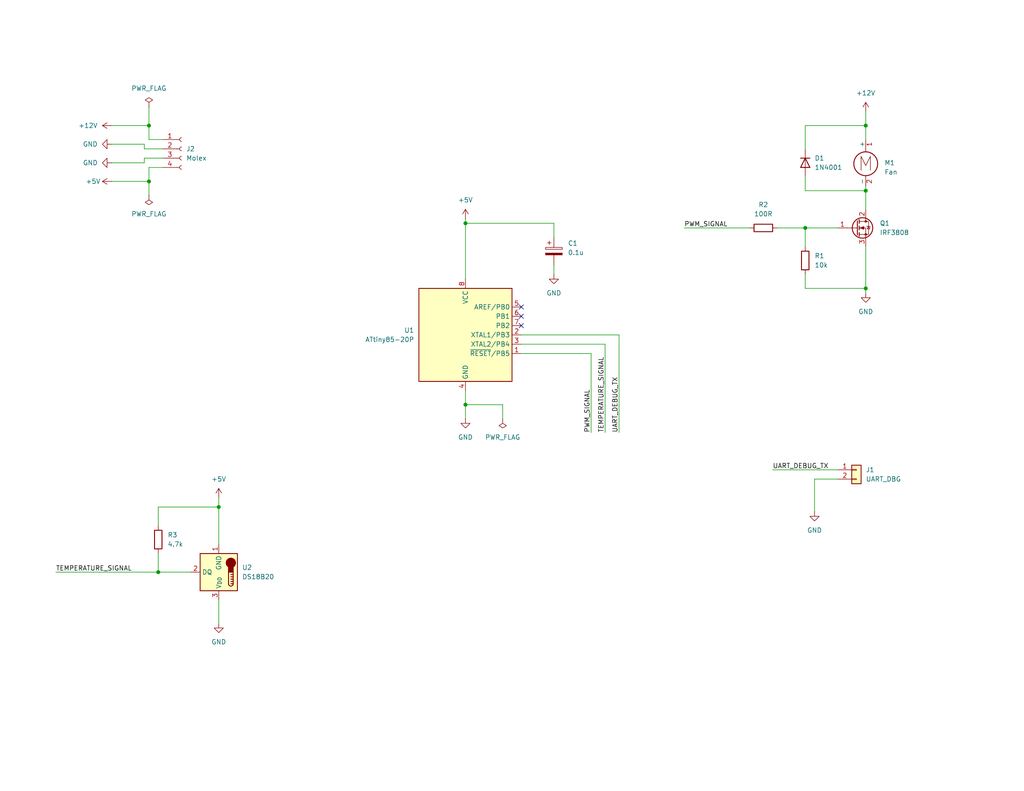
<source format=kicad_sch>
(kicad_sch (version 20250114) (generator "eeschema") (generator_version "9.0")
  (paper "USLetter")
  (title_block (title "Tiny85FanContol") (date "2025-07-11") (rev "1.0.0") (company "Colahall, LLC.") (comment 1 "Copyright (C) 2025 Colahall, LLC. All rights reserved."))
  (lib_symbols
    (symbol "Connector:Conn_01x04_Socket" (pin_names (offset 1.016) (hide yes))
      (property "Reference" "J" (at 0 5.08 0))
      (property "Value" "Conn_01x04_Socket" (at 0 -7.62 0))
      (symbol "Conn_01x04_Socket_1_1"
        (polyline (pts (xy -1.27 2.54) (xy -0.508 2.54)) (stroke (width 0.1524)))
        (polyline (pts (xy -1.27 0) (xy -0.508 0)) (stroke (width 0.1524)))
        (polyline (pts (xy -1.27 -2.54) (xy -0.508 -2.54)) (stroke (width 0.1524)))
        (polyline (pts (xy -1.27 -5.08) (xy -0.508 -5.08)) (stroke (width 0.1524)))
        (arc (start 0 2.032) (mid -0.5058 2.54) (end 0 3.048) (stroke (width 0.1524)))
        (arc (start 0 -0.508) (mid -0.5058 0) (end 0 0.508) (stroke (width 0.1524)))
        (arc (start 0 -3.048) (mid -0.5058 -2.54) (end 0 -2.032) (stroke (width 0.1524)))
        (arc (start 0 -5.588) (mid -0.5058 -5.08) (end 0 -4.572) (stroke (width 0.1524)))
        (pin passive line (at -5.08 2.54 0) (length 3.81) (name "Pin_1") (number "1"))
        (pin passive line (at -5.08 0 0) (length 3.81) (name "Pin_2") (number "2"))
        (pin passive line (at -5.08 -2.54 0) (length 3.81) (name "Pin_3") (number "3"))
        (pin passive line (at -5.08 -5.08 0) (length 3.81) (name "Pin_4") (number "4"))
      )
    )
    (symbol "Connector_Generic:Conn_01x02" (pin_names (offset 1.016) (hide yes))
      (property "Reference" "J" (at 0 2.54 0))
      (property "Value" "Conn_01x02" (at 0 -5.08 0))
      (symbol "Conn_01x02_1_1"
        (rectangle (start -1.27 1.27) (end 1.27 -3.81) (stroke (width 0.254)) (fill (type background)))
        (rectangle (start -1.27 0.127) (end 0 -0.127) (stroke (width 0.1524)))
        (rectangle (start -1.27 -2.413) (end 0 -2.667) (stroke (width 0.1524)))
        (pin passive line (at -5.08 0 0) (length 3.81) (name "Pin_1") (number "1"))
        (pin passive line (at -5.08 -2.54 0) (length 3.81) (name "Pin_2") (number "2"))
      )
    )
    (symbol "Device:C_Polarized" (pin_numbers (hide yes)) (pin_names (offset 0.254))
      (property "Reference" "C" (at 0.635 2.54 0))
      (property "Value" "C_Polarized" (at 0.635 -2.54 0))
      (symbol "C_Polarized_0_1"
        (rectangle (start -2.286 0.508) (end 2.286 1.016))
        (polyline (pts (xy -1.778 2.286) (xy -0.762 2.286)))
        (polyline (pts (xy -1.27 2.794) (xy -1.27 1.778)))
        (rectangle (start 2.286 -0.508) (end -2.286 -1.016) (fill (type outline)))
      )
      (symbol "C_Polarized_1_1"
        (pin passive line (at 0 3.81 270) (length 2.794) (name "~") (number "1"))
        (pin passive line (at 0 -3.81 90) (length 2.794) (name "~") (number "2"))
      )
    )
    (symbol "Device:R" (pin_numbers (hide yes)) (pin_names (offset 0))
      (property "Reference" "R" (at 2.032 0 90))
      (property "Value" "R" (at 0 0 90))
      (symbol "R_0_1"
        (rectangle (start -1.016 -2.54) (end 1.016 2.54) (stroke (width 0.254)))
      )
      (symbol "R_1_1"
        (pin passive line (at 0 3.81 270) (length 1.27) (name "~") (number "1"))
        (pin passive line (at 0 -3.81 90) (length 1.27) (name "~") (number "2"))
      )
    )
    (symbol "Diode:1N4001" (pin_numbers (hide yes)) (pin_names (hide yes))
      (property "Reference" "D" (at 0 2.54 0))
      (property "Value" "1N4001" (at 0 -2.54 0))
      (symbol "1N4001_0_1"
        (polyline (pts (xy -1.27 1.27) (xy -1.27 -1.27)) (stroke (width 0.254)))
        (polyline (pts (xy 1.27 1.27) (xy 1.27 -1.27) (xy -1.27 0) (xy 1.27 1.27)) (stroke (width 0.254)))
        (polyline (pts (xy 1.27 0) (xy -1.27 0)))
      )
      (symbol "1N4001_1_1"
        (pin passive line (at -3.81 0 0) (length 2.54) (name "K") (number "1"))
        (pin passive line (at 3.81 0 180) (length 2.54) (name "A") (number "2"))
      )
    )
    (symbol "MCU_Microchip_ATtiny:ATtiny85-20P"
      (property "Reference" "U" (at -12.7 13.97 0))
      (property "Value" "ATtiny85-20P" (at 2.54 -13.97 0))
      (symbol "ATtiny85-20P_0_1"
        (rectangle (start -12.7 -12.7) (end 12.7 12.7) (stroke (width 0.254)) (fill (type background)))
      )
      (symbol "ATtiny85-20P_1_1"
        (pin power_in line (at 0 15.24 270) (length 2.54) (name "VCC") (number "8"))
        (pin power_in line (at 0 -15.24 90) (length 2.54) (name "GND") (number "4"))
        (pin bidirectional line (at 15.24 7.62 180) (length 2.54) (name "AREF/PB0") (number "5"))
        (pin bidirectional line (at 15.24 5.08 180) (length 2.54) (name "PB1") (number "6"))
        (pin bidirectional line (at 15.24 2.54 180) (length 2.54) (name "PB2") (number "7"))
        (pin bidirectional line (at 15.24 0 180) (length 2.54) (name "XTAL1/PB3") (number "2"))
        (pin bidirectional line (at 15.24 -2.54 180) (length 2.54) (name "XTAL2/PB4") (number "3"))
        (pin bidirectional line (at 15.24 -5.08 180) (length 2.54) (name "~{RESET}/PB5") (number "1"))
      )
    )
    (symbol "Motor:Motor_DC" (pin_names (offset 0))
      (property "Reference" "M" (at 2.54 2.54 0))
      (property "Value" "Motor_DC" (at 2.54 -5.08 0))
      (symbol "Motor_DC_0_0"
        (polyline (pts (xy -1.27 -3.302) (xy -1.27 0.508) (xy 0 -2.032) (xy 1.27 0.508) (xy 1.27 -3.302)))
      )
      (symbol "Motor_DC_0_1"
        (polyline (pts (xy 0 2.032) (xy 0 2.54)))
        (polyline (pts (xy 0 1.7272) (xy 0 2.0828)))
        (circle (center 0 -1.524) (radius 3.2512) (stroke (width 0.254)))
        (polyline (pts (xy 0 -4.7752) (xy 0 -5.1816)))
        (polyline (pts (xy 0 -7.62) (xy 0 -7.112)))
      )
      (symbol "Motor_DC_1_1"
        (pin passive line (at 0 5.08 270) (length 2.54) (name "+") (number "1"))
        (pin passive line (at 0 -7.62 90) (length 2.54) (name "-") (number "2"))
      )
    )
    (symbol "Sensor_Temperature:DS18B20"
      (property "Reference" "U" (at -3.81 6.35 0))
      (property "Value" "DS18B20" (at 6.35 6.35 0))
      (symbol "DS18B20_0_1"
        (rectangle (start -5.08 5.08) (end 5.08 -5.08) (stroke (width 0.254)) (fill (type background)))
        (polyline (pts (xy -3.937 3.175) (xy -3.937 0)) (stroke (width 0.254)))
        (polyline (pts (xy -3.937 3.175) (xy -3.302 3.175)) (stroke (width 0.254)))
        (polyline (pts (xy -3.937 2.54) (xy -3.302 2.54)) (stroke (width 0.254)))
        (polyline (pts (xy -3.937 1.905) (xy -3.302 1.905)) (stroke (width 0.254)))
        (polyline (pts (xy -3.937 1.27) (xy -3.302 1.27)) (stroke (width 0.254)))
        (polyline (pts (xy -3.937 0.635) (xy -3.302 0.635)) (stroke (width 0.254)))
        (arc (start -3.937 3.175) (mid -3.302 3.8073) (end -2.667 3.175) (stroke (width 0.254)))
        (circle (center -3.302 -2.54) (radius 1.27) (stroke (width 0.254)) (fill (type outline)))
        (polyline (pts (xy -2.667 3.175) (xy -2.667 0)) (stroke (width 0.254)))
        (rectangle (start -2.667 -1.905) (end -3.937 0) (stroke (width 0.254)) (fill (type outline)))
      )
      (symbol "DS18B20_1_1"
        (pin power_in line (at 0 7.62 270) (length 2.54) (name "V_{DD}") (number "3"))
        (pin power_in line (at 0 -7.62 90) (length 2.54) (name "GND") (number "1"))
        (pin bidirectional line (at 7.62 0 180) (length 2.54) (name "DQ") (number "2"))
      )
    )
    (symbol "Transistor_FET:IRF3205" (pin_names (hide yes))
      (property "Reference" "Q" (at 5.08 1.905 0))
      (property "Value" "IRF3205" (at 5.08 0 0))
      (symbol "IRF3205_0_1"
        (polyline (pts (xy 0.254 1.905) (xy 0.254 -1.905)) (stroke (width 0.254)))
        (polyline (pts (xy 0.254 0) (xy -2.54 0)))
        (polyline (pts (xy 0.762 2.286) (xy 0.762 1.27)) (stroke (width 0.254)))
        (polyline (pts (xy 0.762 0.508) (xy 0.762 -0.508)) (stroke (width 0.254)))
        (polyline (pts (xy 0.762 -1.27) (xy 0.762 -2.286)) (stroke (width 0.254)))
        (polyline (pts (xy 0.762 -1.778) (xy 3.302 -1.778) (xy 3.302 1.778) (xy 0.762 1.778)))
        (polyline (pts (xy 1.016 0) (xy 2.032 0.381) (xy 2.032 -0.381) (xy 1.016 0)) (fill (type outline)))
        (circle (center 1.651 0) (radius 2.794) (stroke (width 0.254)))
        (polyline (pts (xy 2.54 2.54) (xy 2.54 1.778)))
        (circle (center 2.54 1.778) (radius 0.254) (fill (type outline)))
        (circle (center 2.54 -1.778) (radius 0.254) (fill (type outline)))
        (polyline (pts (xy 2.54 -2.54) (xy 2.54 0) (xy 0.762 0)))
        (polyline (pts (xy 2.794 0.508) (xy 2.921 0.381) (xy 3.683 0.381) (xy 3.81 0.254)))
        (polyline (pts (xy 3.302 0.381) (xy 2.921 -0.254) (xy 3.683 -0.254) (xy 3.302 0.381)))
      )
      (symbol "IRF3205_1_1"
        (pin input line (at -5.08 0 0) (length 2.54) (name "G") (number "1"))
        (pin passive line (at 2.54 5.08 270) (length 2.54) (name "D") (number "2"))
        (pin passive line (at 2.54 -5.08 90) (length 2.54) (name "S") (number "3"))
      )
    )
    (symbol "power:+12V" (power) (pin_numbers (hide yes)) (pin_names (offset 0) (hide yes))
      (property "Value" "+12V" (at 0 3.556 0))
      (symbol "+12V_0_1"
        (polyline (pts (xy -0.762 1.27) (xy 0 2.54)))
        (polyline (pts (xy 0 2.54) (xy 0.762 1.27)))
        (polyline (pts (xy 0 0) (xy 0 2.54)))
      )
      (symbol "+12V_1_1"
        (pin power_in line (at 0 0 90) (length 0) (name "~") (number "1"))
      )
    )
    (symbol "power:+5V" (power) (pin_numbers (hide yes)) (pin_names (offset 0) (hide yes))
      (property "Value" "+5V" (at 0 3.556 0))
      (symbol "+5V_0_1"
        (polyline (pts (xy -0.762 1.27) (xy 0 2.54)))
        (polyline (pts (xy 0 2.54) (xy 0.762 1.27)))
        (polyline (pts (xy 0 0) (xy 0 2.54)))
      )
      (symbol "+5V_1_1"
        (pin power_in line (at 0 0 90) (length 0) (name "~") (number "1"))
      )
    )
    (symbol "power:GND" (power) (pin_numbers (hide yes)) (pin_names (offset 0) (hide yes))
      (property "Value" "GND" (at 0 -3.81 0))
      (symbol "GND_0_1"
        (polyline (pts (xy 0 0) (xy 0 -1.27) (xy 1.27 -1.27) (xy 0 -2.54) (xy -1.27 -1.27) (xy 0 -1.27)))
      )
      (symbol "GND_1_1"
        (pin power_in line (at 0 0 270) (length 0) (name "~") (number "1"))
      )
    )
    (symbol "power:PWR_FLAG" (power) (pin_numbers (hide yes)) (pin_names (offset 0) (hide yes))
      (property "Value" "PWR_FLAG" (at 0 3.81 0))
      (symbol "PWR_FLAG_0_0"
        (pin power_out line (at 0 0 90) (length 0) (name "~") (number "1"))
      )
      (symbol "PWR_FLAG_0_1"
        (polyline (pts (xy 0 0) (xy 0 1.27) (xy -1.016 1.905) (xy 0 2.54) (xy 1.016 1.905) (xy 0 1.27)))
      )
    )
  )
  (junction (at 40.64 34.29))
  (junction (at 236.22 78.74))
  (junction (at 236.22 34.29))
  (junction (at 40.64 49.53))
  (junction (at 43.18 156.21))
  (junction (at 219.71 62.23))
  (junction (at 127 60.96))
  (junction (at 236.22 52.07))
  (junction (at 59.69 138.43))
  (junction (at 127 110.49))
  (no_connect (at 142.24 83.82))
  (no_connect (at 142.24 86.36))
  (no_connect (at 142.24 88.9))
  (wire (pts (xy 59.69 170.18) (xy 59.69 163.83)))
  (wire (pts (xy 43.18 143.51) (xy 43.18 138.43)))
  (wire (pts (xy 39.37 44.45) (xy 39.37 43.18)))
  (wire (pts (xy 219.71 48.26) (xy 219.71 52.07)))
  (wire (pts (xy 168.91 91.44) (xy 142.24 91.44)))
  (wire (pts (xy 210.82 128.27) (xy 228.6 128.27)))
  (wire (pts (xy 43.18 156.21) (xy 52.07 156.21)))
  (wire (pts (xy 219.71 78.74) (xy 236.22 78.74)))
  (wire (pts (xy 40.64 38.1) (xy 44.45 38.1)))
  (wire (pts (xy 236.22 78.74) (xy 236.22 80.01)))
  (wire (pts (xy 59.69 135.89) (xy 59.69 138.43)))
  (wire (pts (xy 137.16 114.3) (xy 137.16 110.49)))
  (wire (pts (xy 39.37 43.18) (xy 44.45 43.18)))
  (wire (pts (xy 59.69 138.43) (xy 59.69 148.59)))
  (wire (pts (xy 186.69 62.23) (xy 204.47 62.23)))
  (wire (pts (xy 40.64 45.72) (xy 40.64 49.53)))
  (wire (pts (xy 222.25 139.7) (xy 222.25 130.81)))
  (wire (pts (xy 39.37 39.37) (xy 30.48 39.37)))
  (wire (pts (xy 236.22 38.1) (xy 236.22 34.29)))
  (wire (pts (xy 127 110.49) (xy 127 106.68)))
  (wire (pts (xy 40.64 34.29) (xy 40.64 38.1)))
  (wire (pts (xy 236.22 34.29) (xy 236.22 30.48)))
  (wire (pts (xy 30.48 44.45) (xy 39.37 44.45)))
  (wire (pts (xy 219.71 62.23) (xy 228.6 62.23)))
  (wire (pts (xy 43.18 138.43) (xy 59.69 138.43)))
  (wire (pts (xy 39.37 40.64) (xy 44.45 40.64)))
  (wire (pts (xy 219.71 74.93) (xy 219.71 78.74)))
  (wire (pts (xy 151.13 74.93) (xy 151.13 72.39)))
  (wire (pts (xy 222.25 130.81) (xy 228.6 130.81)))
  (wire (pts (xy 151.13 60.96) (xy 151.13 64.77)))
  (wire (pts (xy 236.22 67.31) (xy 236.22 78.74)))
  (wire (pts (xy 127 114.3) (xy 127 110.49)))
  (wire (pts (xy 219.71 52.07) (xy 236.22 52.07)))
  (wire (pts (xy 236.22 50.8) (xy 236.22 52.07)))
  (wire (pts (xy 127 59.69) (xy 127 60.96)))
  (wire (pts (xy 40.64 29.21) (xy 40.64 34.29)))
  (wire (pts (xy 127 60.96) (xy 151.13 60.96)))
  (wire (pts (xy 40.64 45.72) (xy 44.45 45.72)))
  (wire (pts (xy 15.24 156.21) (xy 43.18 156.21)))
  (wire (pts (xy 219.71 62.23) (xy 219.71 67.31)))
  (wire (pts (xy 137.16 110.49) (xy 127 110.49)))
  (wire (pts (xy 165.1 93.98) (xy 142.24 93.98)))
  (wire (pts (xy 219.71 34.29) (xy 236.22 34.29)))
  (wire (pts (xy 43.18 151.13) (xy 43.18 156.21)))
  (wire (pts (xy 161.29 96.52) (xy 142.24 96.52)))
  (wire (pts (xy 40.64 53.34) (xy 40.64 49.53)))
  (wire (pts (xy 236.22 57.15) (xy 236.22 52.07)))
  (wire (pts (xy 39.37 40.64) (xy 39.37 39.37)))
  (wire (pts (xy 165.1 118.11) (xy 165.1 93.98)))
  (wire (pts (xy 30.48 34.29) (xy 40.64 34.29)))
  (wire (pts (xy 219.71 34.29) (xy 219.71 40.64)))
  (wire (pts (xy 40.64 49.53) (xy 30.48 49.53)))
  (wire (pts (xy 127 60.96) (xy 127 76.2)))
  (wire (pts (xy 212.09 62.23) (xy 219.71 62.23)))
  (wire (pts (xy 168.91 118.11) (xy 168.91 91.44)))
  (wire (pts (xy 161.29 118.11) (xy 161.29 96.52)))
  (label "TEMPERATURE_SIGNAL" (at 165.1 118.11 90))
  (label "PWM_SIGNAL" (at 161.29 118.11 90))
  (label "PWM_SIGNAL" (at 186.69 62.23 0))
  (label "UART_DEBUG_TX" (at 168.91 118.11 90))
  (label "UART_DEBUG_TX" (at 210.82 128.27 0))
  (label "TEMPERATURE_SIGNAL" (at 15.24 156.21 0))
  (symbol (lib_id "power:GND") (at 222.25 139.7 0) (unit 1)
    (property "Reference" "#PWR06" (effects (hide yes)))
    (property "Value" "GND" (at 222.25 144.78 0))
    (property "Description" "Power symbol creates a global label with name \"GND\" , ground" (effects (hide yes)))
  )
  (symbol (lib_id "Motor:Motor_DC") (at 236.22 43.18 0) (unit 1)
    (property "Reference" "M1" (at 241.3 44.4499 0) (effects (justify left)))
    (property "Value" "Fan" (at 241.3 46.9899 0) (effects (justify left)))
    (property "Footprint" "Connector_PinHeader_2.54mm:PinHeader_1x02_P2.54mm_Vertical" (effects (hide yes)))
    (property "Description" "DC Motor" (effects (hide yes)))
  )
  (symbol (lib_id "power:GND") (at 30.48 44.45 270) (unit 1)
    (property "Reference" "#PWR011" (effects (hide yes)))
    (property "Value" "GND" (at 24.638 44.45 90))
    (property "Description" "Power symbol creates a global label with name \"GND\" , ground" (effects (hide yes)))
  )
  (symbol (lib_id "power:PWR_FLAG") (at 40.64 29.21 0) (unit 1)
    (property "Reference" "#FLG01" (effects (hide yes)))
    (property "Value" "PWR_FLAG" (at 40.64 24.13 0))
    (property "Description" "Special symbol for telling ERC where power comes from" (effects (hide yes)))
  )
  (symbol (lib_id "power:+5V") (at 59.69 135.89 0) (unit 1)
    (property "Reference" "#PWR07" (effects (hide yes)))
    (property "Value" "+5V" (at 59.69 130.81 0))
    (property "Description" "Power symbol creates a global label with name \"+5V\"" (effects (hide yes)))
  )
  (symbol (lib_id "Device:C_Polarized") (at 151.13 68.58 0) (unit 1)
    (property "Reference" "C1" (at 154.94 66.4209 0) (effects (justify left)))
    (property "Value" "0.1u" (at 154.94 68.9609 0) (effects (justify left)))
    (property "Footprint" "Capacitor_THT:CP_Radial_D4.0mm_P2.00mm" (effects (hide yes)))
    (property "Description" "Polarized capacitor" (effects (hide yes)))
  )
  (symbol (lib_id "power:GND") (at 30.48 39.37 270) (unit 1)
    (property "Reference" "#PWR012" (effects (hide yes)))
    (property "Value" "GND" (at 26.67 39.3699 90) (effects (justify right)))
    (property "Description" "Power symbol creates a global label with name \"GND\" , ground" (effects (hide yes)))
  )
  (symbol (lib_id "Sensor_Temperature:DS18B20") (at 59.69 156.21 180) (unit 1)
    (property "Reference" "U2" (at 66.04 154.9399 0) (effects (justify right)))
    (property "Value" "DS18B20" (at 66.04 157.4799 0) (effects (justify right)))
    (property "Footprint" "Package_TO_SOT_THT:TO-92_Inline" (effects (hide yes)))
    (property "Datasheet" "http://datasheets.maximintegrated.com/en/ds/DS18B20.pdf" (effects (hide yes)))
    (property "Description" "Programmable Resolution 1-Wire Digital Thermometer TO-92" (effects (hide yes)))
  )
  (symbol (lib_id "power:+12V") (at 236.22 30.48 0) (unit 1)
    (property "Reference" "#PWR02" (effects (hide yes)))
    (property "Value" "+12V" (at 236.22 25.4 0))
    (property "Description" "Power symbol creates a global label with name \"+12V\"" (effects (hide yes)))
  )
  (symbol (lib_id "power:GND") (at 236.22 80.01 0) (unit 1)
    (property "Reference" "#PWR01" (effects (hide yes)))
    (property "Value" "GND" (at 236.22 85.09 0))
    (property "Description" "Power symbol creates a global label with name \"GND\" , ground" (effects (hide yes)))
  )
  (symbol (lib_id "power:PWR_FLAG") (at 40.64 53.34 180) (unit 1)
    (property "Reference" "#FLG02" (effects (hide yes)))
    (property "Value" "PWR_FLAG" (at 40.64 58.42 0))
    (property "Description" "Special symbol for telling ERC where power comes from" (effects (hide yes)))
  )
  (symbol (lib_id "power:GND") (at 59.69 170.18 0) (unit 1)
    (property "Reference" "#PWR08" (effects (hide yes)))
    (property "Value" "GND" (at 59.69 175.26 0))
    (property "Description" "Power symbol creates a global label with name \"GND\" , ground" (effects (hide yes)))
  )
  (symbol (lib_id "Connector_Generic:Conn_01x02") (at 233.68 128.27 0) (unit 1)
    (property "Reference" "J1" (at 236.22 128.2699 0) (effects (justify left)))
    (property "Value" "UART_DBG" (at 236.22 130.8099 0) (effects (justify left)))
    (property "Footprint" "Connector_PinHeader_2.54mm:PinHeader_1x02_P2.54mm_Vertical" (effects (hide yes)))
    (property "Description" "Generic connector, single row, 01x02, script generated (kicad-library-utils/schlib/autogen/connector/)" (effects (hide yes)))
  )
  (symbol (lib_id "power:+12V") (at 30.48 34.29 90) (unit 1)
    (property "Reference" "#PWR09" (effects (hide yes)))
    (property "Value" "+12V" (at 26.67 34.2899 90) (effects (justify left)))
    (property "Description" "Power symbol creates a global label with name \"+12V\"" (effects (hide yes)))
  )
  (symbol (lib_id "Connector:Conn_01x04_Socket") (at 49.53 40.64 0) (unit 1)
    (property "Reference" "J2" (at 50.8 40.6399 0) (effects (justify left)))
    (property "Value" "Molex" (at 50.8 43.1799 0) (effects (justify left)))
    (property "Footprint" "Connector_Molex:Molex_KK-254_AE-6410-04A_1x04_P2.54mm_Vertical" (effects (hide yes)))
    (property "Description" "Generic connector, single row, 01x04, script generated" (effects (hide yes)))
  )
  (symbol (lib_id "power:GND") (at 151.13 74.93 0) (unit 1)
    (property "Reference" "#PWR05" (effects (hide yes)))
    (property "Value" "GND" (at 151.13 80.01 0))
    (property "Description" "Power symbol creates a global label with name \"GND\" , ground" (effects (hide yes)))
  )
  (symbol (lib_id "Device:R") (at 43.18 147.32 180) (unit 1)
    (property "Reference" "R3" (at 45.72 146.0499 0) (effects (justify right)))
    (property "Value" "4.7k" (at 45.72 148.5899 0) (effects (justify right)))
    (property "Footprint" "Resistor_THT:R_Axial_DIN0204_L3.6mm_D1.6mm_P1.90mm_Vertical" (effects (hide yes)))
    (property "Description" "Resistor" (effects (hide yes)))
  )
  (symbol (lib_id "power:+5V") (at 127 59.69 0) (unit 1)
    (property "Reference" "#PWR03" (effects (hide yes)))
    (property "Value" "+5V" (at 127 54.61 0))
    (property "Description" "Power symbol creates a global label with name \"+5V\"" (effects (hide yes)))
  )
  (symbol (lib_id "Transistor_FET:IRF3205") (at 233.68 62.23 0) (unit 1)
    (property "Reference" "Q1" (at 240.03 60.9599 0) (effects (justify left)))
    (property "Value" "IRF3808" (at 240.03 63.4999 0) (effects (justify left)))
    (property "Footprint" "Package_TO_SOT_THT:TO-220-3_Vertical" (effects (hide yes)))
    (property "Datasheet" "http://www.irf.com/product-info/datasheets/data/irf3205.pdf" (effects (hide yes)))
    (property "Description" "110A Id, 55V Vds, Single N-Channel HEXFET Power MOSFET, 8mOhm Ron, TO-220AB" (effects (hide yes)))
  )
  (symbol (lib_id "power:GND") (at 127 114.3 0) (unit 1)
    (property "Reference" "#PWR04" (effects (hide yes)))
    (property "Value" "GND" (at 127 119.38 0))
    (property "Description" "Power symbol creates a global label with name \"GND\" , ground" (effects (hide yes)))
  )
  (symbol (lib_id "Device:R") (at 219.71 71.12 0) (unit 1)
    (property "Reference" "R1" (at 222.25 69.8499 0) (effects (justify left)))
    (property "Value" "10k" (at 222.25 72.3899 0) (effects (justify left)))
    (property "Footprint" "Resistor_THT:R_Axial_DIN0204_L3.6mm_D1.6mm_P1.90mm_Vertical" (effects (hide yes)))
    (property "Description" "Resistor" (effects (hide yes)))
  )
  (symbol (lib_id "Device:R") (at 208.28 62.23 90) (unit 1)
    (property "Reference" "R2" (at 208.28 55.88 90))
    (property "Value" "100R" (at 208.28 58.42 90))
    (property "Footprint" "Resistor_THT:R_Axial_DIN0204_L3.6mm_D1.6mm_P1.90mm_Vertical" (effects (hide yes)))
    (property "Description" "Resistor" (effects (hide yes)))
  )
  (symbol (lib_id "MCU_Microchip_ATtiny:ATtiny85-20P") (at 127 91.44 0) (unit 1)
    (property "Reference" "U1" (at 113.03 90.1699 0) (effects (justify right)))
    (property "Value" "ATtiny85-20P" (at 113.03 92.7099 0) (effects (justify right)))
    (property "Footprint" "Package_DIP:DIP-8_W7.62mm" (effects (hide yes)))
    (property "Datasheet" "http://ww1.microchip.com/downloads/en/DeviceDoc/atmel-2586-avr-8-bit-microcontroller-attiny25-attiny45-attiny85_datasheet.pdf" (effects (hide yes)))
    (property "Description" "20MHz, 8kB Flash, 512B SRAM, 512B EEPROM, debugWIRE, DIP-8" (effects (hide yes)))
  )
  (symbol (lib_id "power:+5V") (at 30.48 49.53 90) (unit 1)
    (property "Reference" "#PWR010" (effects (hide yes)))
    (property "Value" "+5V" (at 25.4 49.53 90))
    (property "Description" "Power symbol creates a global label with name \"+5V\"" (effects (hide yes)))
  )
  (symbol (lib_id "power:PWR_FLAG") (at 137.16 114.3 180) (unit 1)
    (property "Reference" "#FLG03" (effects (hide yes)))
    (property "Value" "PWR_FLAG" (at 137.16 119.38 0))
    (property "Description" "Special symbol for telling ERC where power comes from" (effects (hide yes)))
  )
  (symbol (lib_id "Diode:1N4001") (at 219.71 44.45 270) (unit 1)
    (property "Reference" "D1" (at 222.25 43.1799 90) (effects (justify left)))
    (property "Value" "1N4001" (at 222.25 45.7199 90) (effects (justify left)))
    (property "Footprint" "Diode_THT:D_DO-41_SOD81_P10.16mm_Horizontal" (effects (hide yes)))
    (property "Datasheet" "http://www.vishay.com/docs/88503/1n4001.pdf" (effects (hide yes)))
    (property "Description" "50V 1A General Purpose Rectifier Diode, DO-41" (effects (hide yes)))
    (property "Sim.Device" "D" (effects (hide yes)))
    (property "Sim.Pins" "1=K 2=A" (effects (hide yes)))
  )
)
</source>
